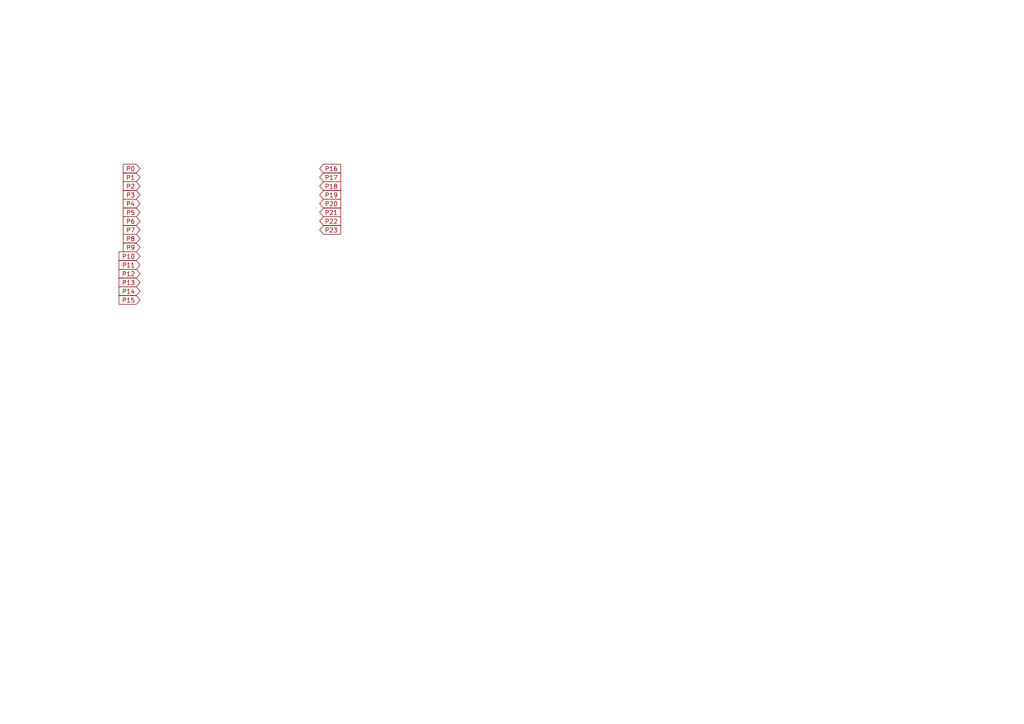
<source format=kicad_sch>
(kicad_sch (version 20230121) (generator eeschema)
  (paper "A4")
  (lib_symbols)
  (global_label "P20" (shape input) (at 92.71 59.055 0) (property "Intersheetrefs" "${INTERSHEET_REFS}" (effects hide)))
  (global_label "P9" (shape input) (at 40.64 71.755 180) (property "Intersheetrefs" "${INTERSHEET_REFS}" (effects hide)))
  (global_label "P5" (shape input) (at 40.64 61.595 180) (property "Intersheetrefs" "${INTERSHEET_REFS}" (effects hide)))
  (global_label "P2" (shape input) (at 40.64 53.975 180) (property "Intersheetrefs" "${INTERSHEET_REFS}" (effects hide)))
  (global_label "P12" (shape input) (at 40.64 79.375 180) (property "Intersheetrefs" "${INTERSHEET_REFS}" (effects hide)))
  (global_label "P8" (shape input) (at 40.64 69.215 180) (property "Intersheetrefs" "${INTERSHEET_REFS}" (effects hide)))
  (global_label "P22" (shape input) (at 92.71 64.135 0) (property "Intersheetrefs" "${INTERSHEET_REFS}" (effects hide)))
  (global_label "P19" (shape input) (at 92.71 56.515 0) (property "Intersheetrefs" "${INTERSHEET_REFS}" (effects hide)))
  (global_label "P0" (shape input) (at 40.64 48.895 180) (property "Intersheetrefs" "${INTERSHEET_REFS}" (effects hide)))
  (global_label "P21" (shape input) (at 92.71 61.595 0) (property "Intersheetrefs" "${INTERSHEET_REFS}" (effects hide)))
  (global_label "P13" (shape input) (at 40.64 81.915 180) (property "Intersheetrefs" "${INTERSHEET_REFS}" (effects hide)))
  (global_label "P16" (shape input) (at 92.71 48.895 0) (property "Intersheetrefs" "${INTERSHEET_REFS}" (effects hide)))
  (global_label "P4" (shape input) (at 40.64 59.055 180) (property "Intersheetrefs" "${INTERSHEET_REFS}" (effects hide)))
  (global_label "P3" (shape input) (at 40.64 56.515 180) (property "Intersheetrefs" "${INTERSHEET_REFS}" (effects hide)))
  (global_label "P11" (shape input) (at 40.64 76.835 180) (property "Intersheetrefs" "${INTERSHEET_REFS}" (effects hide)))
  (global_label "P10" (shape input) (at 40.64 74.295 180) (property "Intersheetrefs" "${INTERSHEET_REFS}" (effects hide)))
  (global_label "P7" (shape input) (at 40.64 66.675 180) (property "Intersheetrefs" "${INTERSHEET_REFS}" (effects hide)))
  (global_label "P18" (shape input) (at 92.71 53.975 0) (property "Intersheetrefs" "${INTERSHEET_REFS}" (effects hide)))
  (global_label "P6" (shape input) (at 40.64 64.135 180) (property "Intersheetrefs" "${INTERSHEET_REFS}" (effects hide)))
  (global_label "P17" (shape input) (at 92.71 51.435 0) (property "Intersheetrefs" "${INTERSHEET_REFS}" (effects hide)))
  (global_label "P14" (shape input) (at 40.64 84.455 180) (property "Intersheetrefs" "${INTERSHEET_REFS}" (effects hide)))
  (global_label "P15" (shape input) (at 40.64 86.995 180) (property "Intersheetrefs" "${INTERSHEET_REFS}" (effects hide)))
  (global_label "P1" (shape input) (at 40.64 51.435 180) (property "Intersheetrefs" "${INTERSHEET_REFS}" (effects hide)))
  (global_label "P23" (shape input) (at 92.71 66.675 0) (property "Intersheetrefs" "${INTERSHEET_REFS}" (effects hide)))
)
</source>
